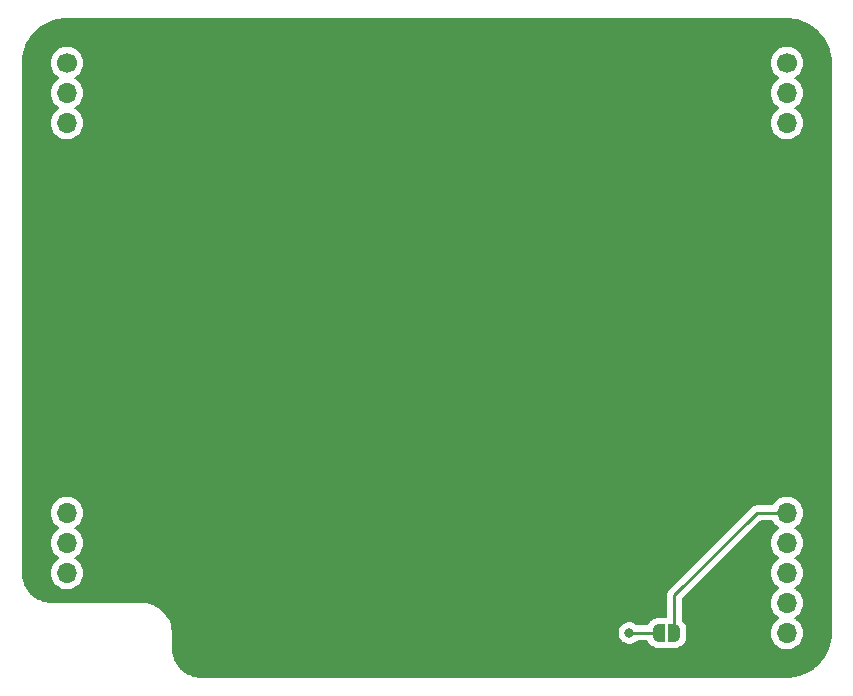
<source format=gbr>
%TF.GenerationSoftware,KiCad,Pcbnew,(7.0.0)*%
%TF.CreationDate,2025-01-20T14:18:13+11:00*%
%TF.ProjectId,shield-v3,73686965-6c64-42d7-9633-2e6b69636164,rev?*%
%TF.SameCoordinates,Original*%
%TF.FileFunction,Copper,L1,Top*%
%TF.FilePolarity,Positive*%
%FSLAX46Y46*%
G04 Gerber Fmt 4.6, Leading zero omitted, Abs format (unit mm)*
G04 Created by KiCad (PCBNEW (7.0.0)) date 2025-01-20 14:18:13*
%MOMM*%
%LPD*%
G01*
G04 APERTURE LIST*
G04 Aperture macros list*
%AMFreePoly0*
4,1,19,0.500000,-0.750000,0.000000,-0.750000,0.000000,-0.744911,-0.071157,-0.744911,-0.207708,-0.704816,-0.327430,-0.627875,-0.420627,-0.520320,-0.479746,-0.390866,-0.500000,-0.250000,-0.500000,0.250000,-0.479746,0.390866,-0.420627,0.520320,-0.327430,0.627875,-0.207708,0.704816,-0.071157,0.744911,0.000000,0.744911,0.000000,0.750000,0.500000,0.750000,0.500000,-0.750000,0.500000,-0.750000,
$1*%
%AMFreePoly1*
4,1,19,0.000000,0.744911,0.071157,0.744911,0.207708,0.704816,0.327430,0.627875,0.420627,0.520320,0.479746,0.390866,0.500000,0.250000,0.500000,-0.250000,0.479746,-0.390866,0.420627,-0.520320,0.327430,-0.627875,0.207708,-0.704816,0.071157,-0.744911,0.000000,-0.744911,0.000000,-0.750000,-0.500000,-0.750000,-0.500000,0.750000,0.000000,0.750000,0.000000,0.744911,0.000000,0.744911,
$1*%
G04 Aperture macros list end*
%TA.AperFunction,SMDPad,CuDef*%
%ADD10FreePoly0,0.000000*%
%TD*%
%TA.AperFunction,SMDPad,CuDef*%
%ADD11FreePoly1,0.000000*%
%TD*%
%TA.AperFunction,ComponentPad*%
%ADD12C,1.700000*%
%TD*%
%TA.AperFunction,ComponentPad*%
%ADD13O,1.700000X1.700000*%
%TD*%
%TA.AperFunction,ViaPad*%
%ADD14C,0.800000*%
%TD*%
%TA.AperFunction,Conductor*%
%ADD15C,0.250000*%
%TD*%
G04 APERTURE END LIST*
D10*
%TO.P,JP2,1,A*%
%TO.N,L2*%
X100935000Y-113030000D03*
D11*
%TO.P,JP2,2,B*%
%TO.N,GP15*%
X102235000Y-113030000D03*
%TD*%
D12*
%TO.P,J2,1,Pin_1*%
%TO.N,GND_BASE*%
X111760000Y-64770000D03*
D13*
%TO.P,J2,2,Pin_2*%
%TO.N,N/C*%
X111759999Y-67309999D03*
%TO.P,J2,3,Pin_3*%
%TO.N,GP2_EN*%
X111759999Y-69849999D03*
%TO.P,J2,16,Pin_16*%
%TO.N,GP15*%
X111759999Y-102869999D03*
%TO.P,J2,17,Pin_17*%
%TO.N,unconnected-(J2-Pin_17-Pad17)*%
X111759999Y-105409999D03*
%TO.P,J2,18,Pin_18*%
%TO.N,unconnected-(J2-Pin_18-Pad18)*%
X111759999Y-107949999D03*
%TO.P,J2,19,Pin_19*%
%TO.N,unconnected-(J2-Pin_19-Pad19)*%
X111759999Y-110489999D03*
%TO.P,J2,20,Pin_20*%
%TO.N,unconnected-(J2-Pin_20-Pad20)*%
X111759999Y-113029999D03*
%TD*%
D12*
%TO.P,J3,1,Pin_1*%
%TO.N,unconnected-(J3-Pin_1-Pad1)*%
X50800000Y-64770000D03*
D13*
%TO.P,J3,2,Pin_2*%
%TO.N,unconnected-(J3-Pin_2-Pad2)*%
X50799999Y-67309999D03*
%TO.P,J3,3,Pin_3*%
%TO.N,unconnected-(J3-Pin_3-Pad3)*%
X50799999Y-69849999D03*
%TO.P,J3,16,Pin_16*%
%TO.N,unconnected-(J3-Pin_16-Pad16)*%
X50799999Y-102869999D03*
%TO.P,J3,17,Pin_17*%
%TO.N,unconnected-(J3-Pin_17-Pad17)*%
X50799999Y-105409999D03*
%TO.P,J3,18,Pin_18*%
%TO.N,L2*%
X50799999Y-107949999D03*
%TD*%
D14*
%TO.N,L2*%
X98425000Y-113030000D03*
%TD*%
D15*
%TO.N,GP15*%
X102235000Y-109855000D02*
X102235000Y-113030000D01*
X109220000Y-102870000D02*
X102235000Y-109855000D01*
X111760000Y-102870000D02*
X109220000Y-102870000D01*
%TO.N,L2*%
X98425000Y-113030000D02*
X100935000Y-113030000D01*
%TD*%
%TA.AperFunction,Conductor*%
%TO.N,GND*%
G36*
X111763032Y-60960649D02*
G01*
X111765828Y-60960786D01*
X111912663Y-60967999D01*
X112135097Y-60979658D01*
X112146757Y-60980825D01*
X112322923Y-61006957D01*
X112323840Y-61007098D01*
X112517424Y-61037758D01*
X112528111Y-61039938D01*
X112705944Y-61084483D01*
X112707696Y-61084938D01*
X112891842Y-61134279D01*
X112901513Y-61137301D01*
X113076097Y-61199768D01*
X113078743Y-61200748D01*
X113254560Y-61268238D01*
X113263091Y-61271886D01*
X113431811Y-61351685D01*
X113434954Y-61353228D01*
X113601803Y-61438242D01*
X113609239Y-61442359D01*
X113769823Y-61538610D01*
X113773530Y-61540923D01*
X113930016Y-61642546D01*
X113936337Y-61646937D01*
X114086991Y-61758669D01*
X114091161Y-61761901D01*
X114235861Y-61879077D01*
X114241098Y-61883565D01*
X114380185Y-62009626D01*
X114384593Y-62013823D01*
X114516175Y-62145405D01*
X114520372Y-62149813D01*
X114646433Y-62288900D01*
X114650921Y-62294137D01*
X114768097Y-62438837D01*
X114771329Y-62443007D01*
X114883061Y-62593661D01*
X114887458Y-62599991D01*
X114989057Y-62756439D01*
X114991406Y-62760204D01*
X115087634Y-62920751D01*
X115091761Y-62928205D01*
X115176750Y-63095005D01*
X115178341Y-63098245D01*
X115258097Y-63266873D01*
X115261766Y-63275453D01*
X115329243Y-63451238D01*
X115330230Y-63453901D01*
X115392697Y-63628485D01*
X115395721Y-63638165D01*
X115445033Y-63822198D01*
X115445542Y-63824162D01*
X115490055Y-64001866D01*
X115492244Y-64012598D01*
X115522874Y-64205991D01*
X115523059Y-64207194D01*
X115549170Y-64383220D01*
X115550342Y-64394925D01*
X115561992Y-64617222D01*
X115561889Y-64617227D01*
X115562014Y-64617627D01*
X115569351Y-64766967D01*
X115569500Y-64773052D01*
X115569500Y-113026948D01*
X115569351Y-113033033D01*
X115562017Y-113182303D01*
X115561996Y-113182708D01*
X115550342Y-113405073D01*
X115549170Y-113416778D01*
X115523059Y-113592804D01*
X115522874Y-113594007D01*
X115492244Y-113787400D01*
X115490055Y-113798132D01*
X115445542Y-113975836D01*
X115445033Y-113977800D01*
X115395721Y-114161833D01*
X115392697Y-114171513D01*
X115330230Y-114346097D01*
X115329243Y-114348760D01*
X115261766Y-114524545D01*
X115258097Y-114533125D01*
X115178360Y-114701715D01*
X115176750Y-114704993D01*
X115091761Y-114871793D01*
X115087634Y-114879247D01*
X114991406Y-115039794D01*
X114989043Y-115043581D01*
X114887458Y-115200007D01*
X114883061Y-115206337D01*
X114771329Y-115356991D01*
X114768097Y-115361161D01*
X114650921Y-115505861D01*
X114646433Y-115511098D01*
X114520372Y-115650185D01*
X114516175Y-115654593D01*
X114384593Y-115786175D01*
X114380185Y-115790372D01*
X114241098Y-115916433D01*
X114235861Y-115920921D01*
X114091161Y-116038097D01*
X114086991Y-116041329D01*
X113936337Y-116153061D01*
X113930007Y-116157458D01*
X113773581Y-116259043D01*
X113769794Y-116261406D01*
X113609247Y-116357634D01*
X113601793Y-116361761D01*
X113434993Y-116446750D01*
X113431715Y-116448360D01*
X113263125Y-116528097D01*
X113254545Y-116531766D01*
X113078760Y-116599243D01*
X113076097Y-116600230D01*
X112901513Y-116662697D01*
X112891833Y-116665721D01*
X112707800Y-116715033D01*
X112705836Y-116715542D01*
X112528132Y-116760055D01*
X112517400Y-116762244D01*
X112324007Y-116792874D01*
X112322804Y-116793059D01*
X112146778Y-116819170D01*
X112135073Y-116820342D01*
X111912708Y-116831996D01*
X111912303Y-116832017D01*
X111763033Y-116839351D01*
X111756948Y-116839500D01*
X62233481Y-116839500D01*
X62226528Y-116839305D01*
X62222045Y-116839053D01*
X62114774Y-116833028D01*
X62114242Y-116832997D01*
X61945670Y-116822801D01*
X61932385Y-116821275D01*
X61800446Y-116798857D01*
X61798865Y-116798578D01*
X61653807Y-116771995D01*
X61641831Y-116769180D01*
X61509246Y-116730983D01*
X61506684Y-116730214D01*
X61369866Y-116687580D01*
X61359303Y-116683756D01*
X61230291Y-116630317D01*
X61226873Y-116628841D01*
X61097713Y-116570710D01*
X61088626Y-116566164D01*
X60965667Y-116498207D01*
X60961498Y-116495796D01*
X60841010Y-116422958D01*
X60833406Y-116417971D01*
X60718473Y-116336423D01*
X60713754Y-116332904D01*
X60603246Y-116246326D01*
X60597092Y-116241175D01*
X60491865Y-116147139D01*
X60486811Y-116142360D01*
X60387638Y-116043187D01*
X60382859Y-116038133D01*
X60288823Y-115932906D01*
X60283672Y-115926752D01*
X60232458Y-115861382D01*
X60197078Y-115816223D01*
X60193575Y-115811525D01*
X60112027Y-115696592D01*
X60107040Y-115688988D01*
X60034202Y-115568500D01*
X60031791Y-115564331D01*
X60013272Y-115530824D01*
X59963832Y-115441369D01*
X59959298Y-115432306D01*
X59901130Y-115303063D01*
X59899693Y-115299736D01*
X59846237Y-115170682D01*
X59842423Y-115160146D01*
X59799773Y-115023279D01*
X59799015Y-115020752D01*
X59790545Y-114991351D01*
X59760814Y-114888153D01*
X59758007Y-114876210D01*
X59731397Y-114731007D01*
X59731160Y-114729665D01*
X59708720Y-114597591D01*
X59707199Y-114584353D01*
X59696983Y-114415453D01*
X59690694Y-114303471D01*
X59690500Y-114296521D01*
X59690500Y-113030000D01*
X97511496Y-113030000D01*
X97512175Y-113036460D01*
X97530778Y-113213467D01*
X97530779Y-113213475D01*
X97531458Y-113219928D01*
X97533463Y-113226100D01*
X97533465Y-113226107D01*
X97552412Y-113284418D01*
X97590473Y-113401556D01*
X97593720Y-113407180D01*
X97593721Y-113407182D01*
X97645912Y-113497580D01*
X97685960Y-113566944D01*
X97813747Y-113708866D01*
X97818997Y-113712680D01*
X97819000Y-113712683D01*
X97921839Y-113787400D01*
X97968248Y-113821118D01*
X97974181Y-113823759D01*
X97974182Y-113823760D01*
X98129401Y-113892868D01*
X98142712Y-113898794D01*
X98149070Y-113900145D01*
X98149072Y-113900146D01*
X98185874Y-113907968D01*
X98329513Y-113938500D01*
X98513984Y-113938500D01*
X98520487Y-113938500D01*
X98707288Y-113898794D01*
X98881752Y-113821118D01*
X99036253Y-113708866D01*
X99040600Y-113704037D01*
X99045429Y-113699690D01*
X99045978Y-113700299D01*
X99081874Y-113674220D01*
X99132309Y-113663500D01*
X99916011Y-113663500D01*
X99962098Y-113672383D01*
X100001581Y-113697758D01*
X100028803Y-113735986D01*
X100042744Y-113766512D01*
X100045136Y-113770235D01*
X100045141Y-113770243D01*
X100104738Y-113862977D01*
X100121795Y-113889518D01*
X100124698Y-113892868D01*
X100198290Y-113977800D01*
X100215949Y-113998179D01*
X100267780Y-114050011D01*
X100326460Y-114093938D01*
X100447414Y-114171670D01*
X100580423Y-114232413D01*
X100718378Y-114272920D01*
X100863111Y-114293729D01*
X101430947Y-114293729D01*
X101435000Y-114293729D01*
X101567963Y-114276224D01*
X101568353Y-114279184D01*
X101601647Y-114279184D01*
X101602037Y-114276224D01*
X101735000Y-114293729D01*
X102302463Y-114293729D01*
X102306889Y-114293729D01*
X102451622Y-114272920D01*
X102589577Y-114232413D01*
X102722586Y-114171670D01*
X102843540Y-114093938D01*
X102902220Y-114050011D01*
X102954051Y-113998179D01*
X103048205Y-113889518D01*
X103127256Y-113766512D01*
X103186984Y-113635727D01*
X103212599Y-113567050D01*
X103228180Y-113495427D01*
X103248642Y-113353112D01*
X103253871Y-113280000D01*
X103249045Y-113212522D01*
X103248729Y-113203676D01*
X103248729Y-112856324D01*
X103249045Y-112847478D01*
X103253555Y-112784418D01*
X103253871Y-112780000D01*
X103248642Y-112706888D01*
X103228180Y-112564573D01*
X103212599Y-112492950D01*
X103186984Y-112424273D01*
X103127256Y-112293488D01*
X103048205Y-112170482D01*
X102954051Y-112061821D01*
X102904818Y-112012587D01*
X102877939Y-111972359D01*
X102868500Y-111924907D01*
X102868500Y-110168766D01*
X102877939Y-110121313D01*
X102904819Y-110081085D01*
X109446086Y-103539819D01*
X109486314Y-103512939D01*
X109533767Y-103503500D01*
X110484044Y-103503500D01*
X110543062Y-103518445D01*
X110587853Y-103559679D01*
X110681470Y-103702972D01*
X110681478Y-103702982D01*
X110684278Y-103707268D01*
X110687752Y-103711041D01*
X110687753Y-103711043D01*
X110833288Y-103869135D01*
X110833291Y-103869138D01*
X110836760Y-103872906D01*
X110840801Y-103876051D01*
X111010376Y-104008039D01*
X111010381Y-104008042D01*
X111014424Y-104011189D01*
X111018931Y-104013628D01*
X111018934Y-104013630D01*
X111050930Y-104030945D01*
X111098436Y-104076526D01*
X111115913Y-104140000D01*
X111098436Y-104203474D01*
X111050930Y-104249055D01*
X111018934Y-104266369D01*
X111018922Y-104266376D01*
X111014424Y-104268811D01*
X111010389Y-104271951D01*
X111010376Y-104271960D01*
X110840801Y-104403948D01*
X110840795Y-104403952D01*
X110836760Y-104407094D01*
X110833297Y-104410855D01*
X110833288Y-104410864D01*
X110687753Y-104568956D01*
X110687747Y-104568963D01*
X110684278Y-104572732D01*
X110681481Y-104577012D01*
X110681474Y-104577022D01*
X110563942Y-104756920D01*
X110561140Y-104761209D01*
X110559085Y-104765892D01*
X110559080Y-104765903D01*
X110472764Y-104962687D01*
X110470704Y-104967384D01*
X110469446Y-104972349D01*
X110469445Y-104972354D01*
X110416695Y-105180657D01*
X110416693Y-105180666D01*
X110415436Y-105185632D01*
X110415012Y-105190741D01*
X110415011Y-105190751D01*
X110397268Y-105404883D01*
X110396844Y-105410000D01*
X110397268Y-105415117D01*
X110415011Y-105629248D01*
X110415012Y-105629256D01*
X110415436Y-105634368D01*
X110416693Y-105639335D01*
X110416695Y-105639342D01*
X110469445Y-105847645D01*
X110470704Y-105852616D01*
X110472764Y-105857312D01*
X110559080Y-106054096D01*
X110559083Y-106054101D01*
X110561140Y-106058791D01*
X110620505Y-106149656D01*
X110681474Y-106242977D01*
X110681477Y-106242981D01*
X110684278Y-106247268D01*
X110687752Y-106251041D01*
X110687753Y-106251043D01*
X110833288Y-106409135D01*
X110833291Y-106409138D01*
X110836760Y-106412906D01*
X110840801Y-106416051D01*
X111010376Y-106548039D01*
X111010381Y-106548042D01*
X111014424Y-106551189D01*
X111050930Y-106570945D01*
X111098434Y-106616523D01*
X111115913Y-106679996D01*
X111098437Y-106743471D01*
X111050933Y-106789053D01*
X111018930Y-106806372D01*
X111018925Y-106806374D01*
X111014424Y-106808811D01*
X111010389Y-106811951D01*
X111010376Y-106811960D01*
X110840801Y-106943948D01*
X110840795Y-106943952D01*
X110836760Y-106947094D01*
X110833297Y-106950855D01*
X110833288Y-106950864D01*
X110687753Y-107108956D01*
X110687747Y-107108963D01*
X110684278Y-107112732D01*
X110681481Y-107117012D01*
X110681474Y-107117022D01*
X110563942Y-107296920D01*
X110561140Y-107301209D01*
X110559085Y-107305892D01*
X110559080Y-107305903D01*
X110472764Y-107502687D01*
X110470704Y-107507384D01*
X110469446Y-107512349D01*
X110469445Y-107512354D01*
X110416695Y-107720657D01*
X110416693Y-107720666D01*
X110415436Y-107725632D01*
X110415012Y-107730741D01*
X110415011Y-107730751D01*
X110397268Y-107944883D01*
X110396844Y-107950000D01*
X110397268Y-107955117D01*
X110415011Y-108169248D01*
X110415012Y-108169256D01*
X110415436Y-108174368D01*
X110416693Y-108179335D01*
X110416695Y-108179342D01*
X110430621Y-108234334D01*
X110470704Y-108392616D01*
X110472764Y-108397312D01*
X110559080Y-108594096D01*
X110559083Y-108594101D01*
X110561140Y-108598791D01*
X110609805Y-108673279D01*
X110681474Y-108782977D01*
X110681477Y-108782981D01*
X110684278Y-108787268D01*
X110687752Y-108791041D01*
X110687753Y-108791043D01*
X110833288Y-108949135D01*
X110833291Y-108949138D01*
X110836760Y-108952906D01*
X110840801Y-108956051D01*
X111010376Y-109088039D01*
X111010381Y-109088042D01*
X111014424Y-109091189D01*
X111050930Y-109110945D01*
X111098434Y-109156523D01*
X111115913Y-109219996D01*
X111098437Y-109283471D01*
X111050933Y-109329053D01*
X111018930Y-109346372D01*
X111018925Y-109346374D01*
X111014424Y-109348811D01*
X111010389Y-109351951D01*
X111010376Y-109351960D01*
X110840801Y-109483948D01*
X110840795Y-109483952D01*
X110836760Y-109487094D01*
X110833297Y-109490855D01*
X110833288Y-109490864D01*
X110687753Y-109648956D01*
X110687747Y-109648963D01*
X110684278Y-109652732D01*
X110681481Y-109657012D01*
X110681474Y-109657022D01*
X110578405Y-109814783D01*
X110561140Y-109841209D01*
X110559085Y-109845892D01*
X110559080Y-109845903D01*
X110480436Y-110025197D01*
X110470704Y-110047384D01*
X110469446Y-110052349D01*
X110469445Y-110052354D01*
X110416695Y-110260657D01*
X110416693Y-110260666D01*
X110415436Y-110265632D01*
X110415012Y-110270741D01*
X110415011Y-110270751D01*
X110404711Y-110395057D01*
X110396844Y-110490000D01*
X110397268Y-110495117D01*
X110415011Y-110709248D01*
X110415012Y-110709256D01*
X110415436Y-110714368D01*
X110416693Y-110719335D01*
X110416695Y-110719342D01*
X110457315Y-110879744D01*
X110470704Y-110932616D01*
X110472764Y-110937312D01*
X110559080Y-111134096D01*
X110559083Y-111134101D01*
X110561140Y-111138791D01*
X110620505Y-111229656D01*
X110681474Y-111322977D01*
X110681477Y-111322981D01*
X110684278Y-111327268D01*
X110687752Y-111331041D01*
X110687753Y-111331043D01*
X110833288Y-111489135D01*
X110833291Y-111489138D01*
X110836760Y-111492906D01*
X110840801Y-111496051D01*
X111010376Y-111628039D01*
X111010381Y-111628042D01*
X111014424Y-111631189D01*
X111050930Y-111650945D01*
X111098434Y-111696523D01*
X111115913Y-111759996D01*
X111098437Y-111823471D01*
X111050933Y-111869053D01*
X111018930Y-111886372D01*
X111018925Y-111886374D01*
X111014424Y-111888811D01*
X111010389Y-111891951D01*
X111010376Y-111891960D01*
X110840801Y-112023948D01*
X110840795Y-112023952D01*
X110836760Y-112027094D01*
X110833297Y-112030855D01*
X110833288Y-112030864D01*
X110687753Y-112188956D01*
X110687747Y-112188963D01*
X110684278Y-112192732D01*
X110681481Y-112197012D01*
X110681474Y-112197022D01*
X110574794Y-112360310D01*
X110561140Y-112381209D01*
X110559085Y-112385892D01*
X110559080Y-112385903D01*
X110479754Y-112566752D01*
X110470704Y-112587384D01*
X110469446Y-112592349D01*
X110469445Y-112592354D01*
X110416695Y-112800657D01*
X110416693Y-112800666D01*
X110415436Y-112805632D01*
X110415012Y-112810741D01*
X110415011Y-112810751D01*
X110408666Y-112887329D01*
X110396844Y-113030000D01*
X110397268Y-113035117D01*
X110415011Y-113249248D01*
X110415012Y-113249256D01*
X110415436Y-113254368D01*
X110416693Y-113259335D01*
X110416695Y-113259342D01*
X110454134Y-113407182D01*
X110470704Y-113472616D01*
X110472764Y-113477312D01*
X110559080Y-113674096D01*
X110559083Y-113674101D01*
X110561140Y-113678791D01*
X110573532Y-113697758D01*
X110681474Y-113862977D01*
X110681477Y-113862981D01*
X110684278Y-113867268D01*
X110687752Y-113871041D01*
X110687753Y-113871043D01*
X110833288Y-114029135D01*
X110833291Y-114029138D01*
X110836760Y-114032906D01*
X110840801Y-114036051D01*
X111010376Y-114168039D01*
X111010381Y-114168042D01*
X111014424Y-114171189D01*
X111018931Y-114173628D01*
X111018934Y-114173630D01*
X111127556Y-114232413D01*
X111212426Y-114278342D01*
X111425365Y-114351444D01*
X111647431Y-114388500D01*
X111867436Y-114388500D01*
X111872569Y-114388500D01*
X112094635Y-114351444D01*
X112307574Y-114278342D01*
X112505576Y-114171189D01*
X112683240Y-114032906D01*
X112835722Y-113867268D01*
X112958860Y-113678791D01*
X113049296Y-113472616D01*
X113104564Y-113254368D01*
X113123156Y-113030000D01*
X113104564Y-112805632D01*
X113049296Y-112587384D01*
X112958860Y-112381209D01*
X112835722Y-112192732D01*
X112815239Y-112170482D01*
X112686711Y-112030864D01*
X112686708Y-112030861D01*
X112683240Y-112027094D01*
X112661264Y-112009989D01*
X112509623Y-111891960D01*
X112509615Y-111891955D01*
X112505576Y-111888811D01*
X112501066Y-111886370D01*
X112501061Y-111886367D01*
X112469070Y-111869055D01*
X112421564Y-111823474D01*
X112404086Y-111760000D01*
X112421564Y-111696526D01*
X112469070Y-111650945D01*
X112476737Y-111646796D01*
X112505576Y-111631189D01*
X112683240Y-111492906D01*
X112835722Y-111327268D01*
X112958860Y-111138791D01*
X113049296Y-110932616D01*
X113104564Y-110714368D01*
X113123156Y-110490000D01*
X113104564Y-110265632D01*
X113049296Y-110047384D01*
X112958860Y-109841209D01*
X112835722Y-109652732D01*
X112771442Y-109582906D01*
X112686711Y-109490864D01*
X112686708Y-109490861D01*
X112683240Y-109487094D01*
X112626742Y-109443119D01*
X112509623Y-109351960D01*
X112509615Y-109351955D01*
X112505576Y-109348811D01*
X112501066Y-109346370D01*
X112501061Y-109346367D01*
X112469070Y-109329055D01*
X112421564Y-109283474D01*
X112404086Y-109220000D01*
X112421564Y-109156526D01*
X112469070Y-109110945D01*
X112469109Y-109110923D01*
X112505576Y-109091189D01*
X112683240Y-108952906D01*
X112835722Y-108787268D01*
X112958860Y-108598791D01*
X113049296Y-108392616D01*
X113104564Y-108174368D01*
X113123156Y-107950000D01*
X113104564Y-107725632D01*
X113049296Y-107507384D01*
X112958860Y-107301209D01*
X112835722Y-107112732D01*
X112683240Y-106947094D01*
X112670597Y-106937253D01*
X112509623Y-106811960D01*
X112509615Y-106811955D01*
X112505576Y-106808811D01*
X112501069Y-106806372D01*
X112501060Y-106806366D01*
X112469068Y-106789053D01*
X112421562Y-106743471D01*
X112404086Y-106679996D01*
X112421565Y-106616522D01*
X112469067Y-106570946D01*
X112505576Y-106551189D01*
X112683240Y-106412906D01*
X112835722Y-106247268D01*
X112958860Y-106058791D01*
X113049296Y-105852616D01*
X113104564Y-105634368D01*
X113123156Y-105410000D01*
X113104564Y-105185632D01*
X113049296Y-104967384D01*
X112958860Y-104761209D01*
X112835722Y-104572732D01*
X112683240Y-104407094D01*
X112670597Y-104397253D01*
X112509623Y-104271960D01*
X112509615Y-104271955D01*
X112505576Y-104268811D01*
X112501064Y-104266369D01*
X112501061Y-104266367D01*
X112469070Y-104249055D01*
X112421564Y-104203474D01*
X112404086Y-104140000D01*
X112421564Y-104076526D01*
X112469070Y-104030945D01*
X112469109Y-104030923D01*
X112505576Y-104011189D01*
X112683240Y-103872906D01*
X112835722Y-103707268D01*
X112958860Y-103518791D01*
X113049296Y-103312616D01*
X113104564Y-103094368D01*
X113123156Y-102870000D01*
X113104564Y-102645632D01*
X113049296Y-102427384D01*
X112958860Y-102221209D01*
X112835722Y-102032732D01*
X112683240Y-101867094D01*
X112670597Y-101857253D01*
X112509623Y-101731960D01*
X112509615Y-101731955D01*
X112505576Y-101728811D01*
X112501071Y-101726373D01*
X112501065Y-101726369D01*
X112312080Y-101624096D01*
X112312074Y-101624093D01*
X112307574Y-101621658D01*
X112302733Y-101619996D01*
X112302726Y-101619993D01*
X112099488Y-101550222D01*
X112099487Y-101550221D01*
X112094635Y-101548556D01*
X112089585Y-101547713D01*
X112089576Y-101547711D01*
X111877631Y-101512344D01*
X111877622Y-101512343D01*
X111872569Y-101511500D01*
X111647431Y-101511500D01*
X111642378Y-101512343D01*
X111642368Y-101512344D01*
X111430423Y-101547711D01*
X111430411Y-101547713D01*
X111425365Y-101548556D01*
X111420515Y-101550220D01*
X111420511Y-101550222D01*
X111217273Y-101619993D01*
X111217262Y-101619997D01*
X111212426Y-101621658D01*
X111207929Y-101624091D01*
X111207919Y-101624096D01*
X111018934Y-101726369D01*
X111018922Y-101726376D01*
X111014424Y-101728811D01*
X111010389Y-101731951D01*
X111010376Y-101731960D01*
X110840801Y-101863948D01*
X110840795Y-101863952D01*
X110836760Y-101867094D01*
X110833297Y-101870855D01*
X110833288Y-101870864D01*
X110687753Y-102028956D01*
X110687747Y-102028963D01*
X110684278Y-102032732D01*
X110681482Y-102037011D01*
X110681470Y-102037027D01*
X110587853Y-102180321D01*
X110543062Y-102221555D01*
X110484044Y-102236500D01*
X109298848Y-102236500D01*
X109287563Y-102235968D01*
X109280092Y-102234298D01*
X109272294Y-102234543D01*
X109211970Y-102236439D01*
X109208075Y-102236500D01*
X109180144Y-102236500D01*
X109176289Y-102236986D01*
X109176255Y-102236989D01*
X109176024Y-102237019D01*
X109164405Y-102237933D01*
X109127905Y-102239080D01*
X109127897Y-102239081D01*
X109120111Y-102239326D01*
X109112625Y-102241500D01*
X109112622Y-102241501D01*
X109100499Y-102245023D01*
X109081461Y-102248965D01*
X109068946Y-102250546D01*
X109068933Y-102250549D01*
X109061203Y-102251526D01*
X109053957Y-102254394D01*
X109053948Y-102254397D01*
X109020004Y-102267836D01*
X109008961Y-102271617D01*
X108973896Y-102281805D01*
X108973888Y-102281808D01*
X108966407Y-102283982D01*
X108959695Y-102287950D01*
X108959695Y-102287951D01*
X108948834Y-102294374D01*
X108931370Y-102302929D01*
X108919636Y-102307575D01*
X108919629Y-102307578D01*
X108912383Y-102310448D01*
X108906079Y-102315027D01*
X108906068Y-102315034D01*
X108876534Y-102336491D01*
X108866776Y-102342901D01*
X108835355Y-102361483D01*
X108835341Y-102361493D01*
X108828638Y-102365458D01*
X108823122Y-102370973D01*
X108823119Y-102370976D01*
X108814197Y-102379897D01*
X108799414Y-102392523D01*
X108789206Y-102399940D01*
X108789200Y-102399944D01*
X108782893Y-102404528D01*
X108777926Y-102410530D01*
X108777915Y-102410542D01*
X108754643Y-102438673D01*
X108746783Y-102447311D01*
X101842793Y-109351300D01*
X101834444Y-109358898D01*
X101827982Y-109363000D01*
X101822641Y-109368686D01*
X101822639Y-109368689D01*
X101781339Y-109412668D01*
X101778634Y-109415460D01*
X101758865Y-109435230D01*
X101756481Y-109438302D01*
X101756478Y-109438306D01*
X101756322Y-109438508D01*
X101748752Y-109447370D01*
X101735461Y-109461525D01*
X101718414Y-109479679D01*
X101714659Y-109486507D01*
X101714658Y-109486510D01*
X101708579Y-109497567D01*
X101697903Y-109513819D01*
X101690168Y-109523791D01*
X101690160Y-109523802D01*
X101685386Y-109529959D01*
X101682291Y-109537110D01*
X101682288Y-109537116D01*
X101667786Y-109570628D01*
X101662648Y-109581115D01*
X101645065Y-109613098D01*
X101645061Y-109613106D01*
X101641305Y-109619940D01*
X101639366Y-109627491D01*
X101639363Y-109627499D01*
X101636225Y-109639722D01*
X101629926Y-109658119D01*
X101621819Y-109676855D01*
X101620599Y-109684553D01*
X101620598Y-109684559D01*
X101614888Y-109720611D01*
X101612520Y-109732045D01*
X101603438Y-109767417D01*
X101603436Y-109767426D01*
X101601500Y-109774970D01*
X101601500Y-109782766D01*
X101601500Y-109795385D01*
X101599972Y-109814783D01*
X101596780Y-109834943D01*
X101597514Y-109842708D01*
X101597514Y-109842711D01*
X101600950Y-109879058D01*
X101601500Y-109890727D01*
X101601500Y-111646796D01*
X101582081Y-111713421D01*
X101529906Y-111759178D01*
X101461317Y-111769735D01*
X101439024Y-111766800D01*
X101439012Y-111766799D01*
X101435000Y-111766271D01*
X100863111Y-111766271D01*
X100858742Y-111766899D01*
X100858730Y-111766900D01*
X100722763Y-111786449D01*
X100722755Y-111786450D01*
X100718378Y-111787080D01*
X100714135Y-111788325D01*
X100714125Y-111788328D01*
X100584676Y-111826338D01*
X100584673Y-111826339D01*
X100580423Y-111827587D01*
X100576401Y-111829423D01*
X100576387Y-111829429D01*
X100451448Y-111886487D01*
X100451439Y-111886491D01*
X100447414Y-111888330D01*
X100443699Y-111890717D01*
X100443687Y-111890724D01*
X100328320Y-111964866D01*
X100328307Y-111964874D01*
X100326460Y-111966062D01*
X100324705Y-111967375D01*
X100324683Y-111967391D01*
X100271331Y-112007330D01*
X100271324Y-112007335D01*
X100267780Y-112009989D01*
X100264649Y-112013119D01*
X100264642Y-112013126D01*
X100217526Y-112060243D01*
X100217512Y-112060257D01*
X100215949Y-112061821D01*
X100214503Y-112063489D01*
X100214486Y-112063508D01*
X100124698Y-112167131D01*
X100124694Y-112167136D01*
X100121795Y-112170482D01*
X100119403Y-112174203D01*
X100119397Y-112174212D01*
X100045141Y-112289756D01*
X100045133Y-112289770D01*
X100042744Y-112293488D01*
X100028803Y-112324013D01*
X100001581Y-112362242D01*
X99962098Y-112387617D01*
X99916011Y-112396500D01*
X99132309Y-112396500D01*
X99081874Y-112385780D01*
X99045978Y-112359700D01*
X99045429Y-112360310D01*
X99040598Y-112355960D01*
X99036253Y-112351134D01*
X99031003Y-112347319D01*
X99030999Y-112347316D01*
X98887006Y-112242699D01*
X98887004Y-112242697D01*
X98881752Y-112238882D01*
X98875821Y-112236241D01*
X98875817Y-112236239D01*
X98713226Y-112163849D01*
X98713219Y-112163846D01*
X98707288Y-112161206D01*
X98700935Y-112159855D01*
X98700927Y-112159853D01*
X98526849Y-112122852D01*
X98526846Y-112122851D01*
X98520487Y-112121500D01*
X98329513Y-112121500D01*
X98323154Y-112122851D01*
X98323150Y-112122852D01*
X98149072Y-112159853D01*
X98149061Y-112159856D01*
X98142712Y-112161206D01*
X98136782Y-112163845D01*
X98136773Y-112163849D01*
X97974182Y-112236239D01*
X97974174Y-112236243D01*
X97968248Y-112238882D01*
X97962999Y-112242695D01*
X97962993Y-112242699D01*
X97819000Y-112347316D01*
X97818991Y-112347323D01*
X97813747Y-112351134D01*
X97809403Y-112355957D01*
X97809400Y-112355961D01*
X97690307Y-112488228D01*
X97685960Y-112493056D01*
X97682714Y-112498676D01*
X97682711Y-112498682D01*
X97593721Y-112652817D01*
X97593718Y-112652822D01*
X97590473Y-112658444D01*
X97588467Y-112664616D01*
X97588465Y-112664622D01*
X97533465Y-112833892D01*
X97533463Y-112833901D01*
X97531458Y-112840072D01*
X97530780Y-112846522D01*
X97530778Y-112846532D01*
X97512778Y-113017795D01*
X97511496Y-113030000D01*
X59690500Y-113030000D01*
X59690500Y-112890814D01*
X59690500Y-112887329D01*
X59658552Y-112603780D01*
X59595057Y-112325591D01*
X59500814Y-112056261D01*
X59377009Y-111799176D01*
X59225197Y-111557569D01*
X59047289Y-111334479D01*
X58845521Y-111132711D01*
X58622431Y-110954803D01*
X58619487Y-110952953D01*
X58383769Y-110804841D01*
X58383762Y-110804837D01*
X58380824Y-110802991D01*
X58377689Y-110801481D01*
X58377685Y-110801479D01*
X58126879Y-110680698D01*
X58126876Y-110680697D01*
X58123739Y-110679186D01*
X58120454Y-110678036D01*
X58120448Y-110678034D01*
X57857706Y-110586096D01*
X57857695Y-110586092D01*
X57854409Y-110584943D01*
X57851015Y-110584168D01*
X57851007Y-110584166D01*
X57579619Y-110522223D01*
X57579605Y-110522220D01*
X57576220Y-110521448D01*
X57572753Y-110521057D01*
X57572751Y-110521057D01*
X57296137Y-110489890D01*
X57296127Y-110489889D01*
X57292671Y-110489500D01*
X57289186Y-110489500D01*
X49533481Y-110489500D01*
X49526528Y-110489305D01*
X49522045Y-110489053D01*
X49414774Y-110483028D01*
X49414242Y-110482997D01*
X49245670Y-110472801D01*
X49232385Y-110471275D01*
X49100446Y-110448857D01*
X49098865Y-110448578D01*
X48953807Y-110421995D01*
X48941831Y-110419180D01*
X48809246Y-110380983D01*
X48806684Y-110380214D01*
X48669866Y-110337580D01*
X48659303Y-110333756D01*
X48530291Y-110280317D01*
X48526873Y-110278841D01*
X48397713Y-110220710D01*
X48388626Y-110216164D01*
X48265667Y-110148207D01*
X48261498Y-110145796D01*
X48141010Y-110072958D01*
X48133406Y-110067971D01*
X48018473Y-109986423D01*
X48013754Y-109982904D01*
X47903246Y-109896326D01*
X47897092Y-109891175D01*
X47791865Y-109797139D01*
X47786811Y-109792360D01*
X47687638Y-109693187D01*
X47682859Y-109688133D01*
X47588823Y-109582906D01*
X47583672Y-109576752D01*
X47552619Y-109537116D01*
X47497078Y-109466223D01*
X47493575Y-109461525D01*
X47412027Y-109346592D01*
X47407040Y-109338988D01*
X47335109Y-109220000D01*
X47334198Y-109218494D01*
X47331791Y-109214331D01*
X47313272Y-109180824D01*
X47263832Y-109091369D01*
X47259298Y-109082306D01*
X47201130Y-108953063D01*
X47199693Y-108949736D01*
X47146237Y-108820682D01*
X47142423Y-108810146D01*
X47099773Y-108673279D01*
X47099015Y-108670752D01*
X47079519Y-108603079D01*
X47060814Y-108538153D01*
X47058007Y-108526210D01*
X47031397Y-108381007D01*
X47031160Y-108379665D01*
X47008720Y-108247591D01*
X47007199Y-108234353D01*
X46996983Y-108065453D01*
X46990694Y-107953471D01*
X46990597Y-107950000D01*
X49436844Y-107950000D01*
X49437268Y-107955117D01*
X49455011Y-108169248D01*
X49455012Y-108169256D01*
X49455436Y-108174368D01*
X49456693Y-108179335D01*
X49456695Y-108179342D01*
X49470621Y-108234334D01*
X49510704Y-108392616D01*
X49512764Y-108397312D01*
X49599080Y-108594096D01*
X49599083Y-108594101D01*
X49601140Y-108598791D01*
X49649805Y-108673279D01*
X49721474Y-108782977D01*
X49721477Y-108782981D01*
X49724278Y-108787268D01*
X49727752Y-108791041D01*
X49727753Y-108791043D01*
X49873288Y-108949135D01*
X49873291Y-108949138D01*
X49876760Y-108952906D01*
X49880801Y-108956051D01*
X50050376Y-109088039D01*
X50050381Y-109088042D01*
X50054424Y-109091189D01*
X50058931Y-109093628D01*
X50058934Y-109093630D01*
X50220055Y-109180824D01*
X50252426Y-109198342D01*
X50465365Y-109271444D01*
X50687431Y-109308500D01*
X50907436Y-109308500D01*
X50912569Y-109308500D01*
X51134635Y-109271444D01*
X51347574Y-109198342D01*
X51545576Y-109091189D01*
X51723240Y-108952906D01*
X51875722Y-108787268D01*
X51998860Y-108598791D01*
X52089296Y-108392616D01*
X52144564Y-108174368D01*
X52163156Y-107950000D01*
X52144564Y-107725632D01*
X52089296Y-107507384D01*
X51998860Y-107301209D01*
X51875722Y-107112732D01*
X51723240Y-106947094D01*
X51710597Y-106937253D01*
X51549623Y-106811960D01*
X51549615Y-106811955D01*
X51545576Y-106808811D01*
X51541064Y-106806369D01*
X51541061Y-106806367D01*
X51509070Y-106789055D01*
X51461564Y-106743474D01*
X51444086Y-106680000D01*
X51461564Y-106616526D01*
X51509070Y-106570945D01*
X51509109Y-106570923D01*
X51545576Y-106551189D01*
X51723240Y-106412906D01*
X51875722Y-106247268D01*
X51998860Y-106058791D01*
X52089296Y-105852616D01*
X52144564Y-105634368D01*
X52163156Y-105410000D01*
X52144564Y-105185632D01*
X52089296Y-104967384D01*
X51998860Y-104761209D01*
X51875722Y-104572732D01*
X51723240Y-104407094D01*
X51710597Y-104397253D01*
X51549623Y-104271960D01*
X51549615Y-104271955D01*
X51545576Y-104268811D01*
X51541064Y-104266369D01*
X51541061Y-104266367D01*
X51509070Y-104249055D01*
X51461564Y-104203474D01*
X51444086Y-104140000D01*
X51461564Y-104076526D01*
X51509070Y-104030945D01*
X51509109Y-104030923D01*
X51545576Y-104011189D01*
X51723240Y-103872906D01*
X51875722Y-103707268D01*
X51998860Y-103518791D01*
X52089296Y-103312616D01*
X52144564Y-103094368D01*
X52163156Y-102870000D01*
X52144564Y-102645632D01*
X52089296Y-102427384D01*
X51998860Y-102221209D01*
X51875722Y-102032732D01*
X51723240Y-101867094D01*
X51710597Y-101857253D01*
X51549623Y-101731960D01*
X51549615Y-101731955D01*
X51545576Y-101728811D01*
X51541071Y-101726373D01*
X51541065Y-101726369D01*
X51352080Y-101624096D01*
X51352074Y-101624093D01*
X51347574Y-101621658D01*
X51342733Y-101619996D01*
X51342726Y-101619993D01*
X51139488Y-101550222D01*
X51139487Y-101550221D01*
X51134635Y-101548556D01*
X51129585Y-101547713D01*
X51129576Y-101547711D01*
X50917631Y-101512344D01*
X50917622Y-101512343D01*
X50912569Y-101511500D01*
X50687431Y-101511500D01*
X50682378Y-101512343D01*
X50682368Y-101512344D01*
X50470423Y-101547711D01*
X50470411Y-101547713D01*
X50465365Y-101548556D01*
X50460515Y-101550220D01*
X50460511Y-101550222D01*
X50257273Y-101619993D01*
X50257262Y-101619997D01*
X50252426Y-101621658D01*
X50247929Y-101624091D01*
X50247919Y-101624096D01*
X50058934Y-101726369D01*
X50058922Y-101726376D01*
X50054424Y-101728811D01*
X50050389Y-101731951D01*
X50050376Y-101731960D01*
X49880801Y-101863948D01*
X49880795Y-101863952D01*
X49876760Y-101867094D01*
X49873297Y-101870855D01*
X49873288Y-101870864D01*
X49727753Y-102028956D01*
X49727747Y-102028963D01*
X49724278Y-102032732D01*
X49721481Y-102037012D01*
X49721474Y-102037022D01*
X49627853Y-102180321D01*
X49601140Y-102221209D01*
X49599085Y-102225892D01*
X49599080Y-102225903D01*
X49512764Y-102422687D01*
X49510704Y-102427384D01*
X49509446Y-102432349D01*
X49509445Y-102432354D01*
X49456695Y-102640657D01*
X49456693Y-102640666D01*
X49455436Y-102645632D01*
X49455012Y-102650741D01*
X49455011Y-102650751D01*
X49437268Y-102864883D01*
X49436844Y-102870000D01*
X49437268Y-102875117D01*
X49455011Y-103089248D01*
X49455012Y-103089256D01*
X49455436Y-103094368D01*
X49456693Y-103099335D01*
X49456695Y-103099342D01*
X49509445Y-103307645D01*
X49510704Y-103312616D01*
X49512764Y-103317312D01*
X49599080Y-103514096D01*
X49599083Y-103514101D01*
X49601140Y-103518791D01*
X49660505Y-103609656D01*
X49721474Y-103702977D01*
X49721477Y-103702981D01*
X49724278Y-103707268D01*
X49727752Y-103711041D01*
X49727753Y-103711043D01*
X49873288Y-103869135D01*
X49873291Y-103869138D01*
X49876760Y-103872906D01*
X49880801Y-103876051D01*
X50050376Y-104008039D01*
X50050381Y-104008042D01*
X50054424Y-104011189D01*
X50058931Y-104013628D01*
X50058934Y-104013630D01*
X50090930Y-104030945D01*
X50138436Y-104076526D01*
X50155913Y-104140000D01*
X50138436Y-104203474D01*
X50090930Y-104249055D01*
X50058934Y-104266369D01*
X50058922Y-104266376D01*
X50054424Y-104268811D01*
X50050389Y-104271951D01*
X50050376Y-104271960D01*
X49880801Y-104403948D01*
X49880795Y-104403952D01*
X49876760Y-104407094D01*
X49873297Y-104410855D01*
X49873288Y-104410864D01*
X49727753Y-104568956D01*
X49727747Y-104568963D01*
X49724278Y-104572732D01*
X49721481Y-104577012D01*
X49721474Y-104577022D01*
X49603942Y-104756920D01*
X49601140Y-104761209D01*
X49599085Y-104765892D01*
X49599080Y-104765903D01*
X49512764Y-104962687D01*
X49510704Y-104967384D01*
X49509446Y-104972349D01*
X49509445Y-104972354D01*
X49456695Y-105180657D01*
X49456693Y-105180666D01*
X49455436Y-105185632D01*
X49455012Y-105190741D01*
X49455011Y-105190751D01*
X49437268Y-105404883D01*
X49436844Y-105410000D01*
X49437268Y-105415117D01*
X49455011Y-105629248D01*
X49455012Y-105629256D01*
X49455436Y-105634368D01*
X49456693Y-105639335D01*
X49456695Y-105639342D01*
X49509445Y-105847645D01*
X49510704Y-105852616D01*
X49512764Y-105857312D01*
X49599080Y-106054096D01*
X49599083Y-106054101D01*
X49601140Y-106058791D01*
X49660505Y-106149656D01*
X49721474Y-106242977D01*
X49721477Y-106242981D01*
X49724278Y-106247268D01*
X49727752Y-106251041D01*
X49727753Y-106251043D01*
X49873288Y-106409135D01*
X49873291Y-106409138D01*
X49876760Y-106412906D01*
X49880801Y-106416051D01*
X50050376Y-106548039D01*
X50050381Y-106548042D01*
X50054424Y-106551189D01*
X50058931Y-106553628D01*
X50058934Y-106553630D01*
X50090930Y-106570945D01*
X50138436Y-106616526D01*
X50155913Y-106680000D01*
X50138436Y-106743474D01*
X50090930Y-106789055D01*
X50058934Y-106806369D01*
X50058922Y-106806376D01*
X50054424Y-106808811D01*
X50050389Y-106811951D01*
X50050376Y-106811960D01*
X49880801Y-106943948D01*
X49880795Y-106943952D01*
X49876760Y-106947094D01*
X49873297Y-106950855D01*
X49873288Y-106950864D01*
X49727753Y-107108956D01*
X49727747Y-107108963D01*
X49724278Y-107112732D01*
X49721481Y-107117012D01*
X49721474Y-107117022D01*
X49603942Y-107296920D01*
X49601140Y-107301209D01*
X49599085Y-107305892D01*
X49599080Y-107305903D01*
X49512764Y-107502687D01*
X49510704Y-107507384D01*
X49509446Y-107512349D01*
X49509445Y-107512354D01*
X49456695Y-107720657D01*
X49456693Y-107720666D01*
X49455436Y-107725632D01*
X49455012Y-107730741D01*
X49455011Y-107730751D01*
X49437268Y-107944883D01*
X49436844Y-107950000D01*
X46990597Y-107950000D01*
X46990500Y-107946521D01*
X46990500Y-69850000D01*
X49436844Y-69850000D01*
X49437268Y-69855117D01*
X49455011Y-70069248D01*
X49455012Y-70069256D01*
X49455436Y-70074368D01*
X49456693Y-70079335D01*
X49456695Y-70079342D01*
X49509445Y-70287645D01*
X49510704Y-70292616D01*
X49512764Y-70297312D01*
X49599080Y-70494096D01*
X49599083Y-70494101D01*
X49601140Y-70498791D01*
X49660505Y-70589656D01*
X49721474Y-70682977D01*
X49721477Y-70682981D01*
X49724278Y-70687268D01*
X49727752Y-70691041D01*
X49727753Y-70691043D01*
X49873288Y-70849135D01*
X49873291Y-70849138D01*
X49876760Y-70852906D01*
X49880801Y-70856051D01*
X50050376Y-70988039D01*
X50050381Y-70988042D01*
X50054424Y-70991189D01*
X50058931Y-70993628D01*
X50058934Y-70993630D01*
X50247919Y-71095903D01*
X50252426Y-71098342D01*
X50465365Y-71171444D01*
X50687431Y-71208500D01*
X50907436Y-71208500D01*
X50912569Y-71208500D01*
X51134635Y-71171444D01*
X51347574Y-71098342D01*
X51545576Y-70991189D01*
X51723240Y-70852906D01*
X51875722Y-70687268D01*
X51998860Y-70498791D01*
X52089296Y-70292616D01*
X52144564Y-70074368D01*
X52163156Y-69850000D01*
X110396844Y-69850000D01*
X110397268Y-69855117D01*
X110415011Y-70069248D01*
X110415012Y-70069256D01*
X110415436Y-70074368D01*
X110416693Y-70079335D01*
X110416695Y-70079342D01*
X110469445Y-70287645D01*
X110470704Y-70292616D01*
X110472764Y-70297312D01*
X110559080Y-70494096D01*
X110559083Y-70494101D01*
X110561140Y-70498791D01*
X110620505Y-70589656D01*
X110681474Y-70682977D01*
X110681477Y-70682981D01*
X110684278Y-70687268D01*
X110687752Y-70691041D01*
X110687753Y-70691043D01*
X110833288Y-70849135D01*
X110833291Y-70849138D01*
X110836760Y-70852906D01*
X110840801Y-70856051D01*
X111010376Y-70988039D01*
X111010381Y-70988042D01*
X111014424Y-70991189D01*
X111018931Y-70993628D01*
X111018934Y-70993630D01*
X111207919Y-71095903D01*
X111212426Y-71098342D01*
X111425365Y-71171444D01*
X111647431Y-71208500D01*
X111867436Y-71208500D01*
X111872569Y-71208500D01*
X112094635Y-71171444D01*
X112307574Y-71098342D01*
X112505576Y-70991189D01*
X112683240Y-70852906D01*
X112835722Y-70687268D01*
X112958860Y-70498791D01*
X113049296Y-70292616D01*
X113104564Y-70074368D01*
X113123156Y-69850000D01*
X113104564Y-69625632D01*
X113049296Y-69407384D01*
X112958860Y-69201209D01*
X112835722Y-69012732D01*
X112683240Y-68847094D01*
X112670597Y-68837253D01*
X112509623Y-68711960D01*
X112509615Y-68711955D01*
X112505576Y-68708811D01*
X112501064Y-68706369D01*
X112501061Y-68706367D01*
X112469070Y-68689055D01*
X112421564Y-68643474D01*
X112404086Y-68580000D01*
X112421564Y-68516526D01*
X112469070Y-68470945D01*
X112469109Y-68470923D01*
X112505576Y-68451189D01*
X112683240Y-68312906D01*
X112835722Y-68147268D01*
X112958860Y-67958791D01*
X113049296Y-67752616D01*
X113104564Y-67534368D01*
X113123156Y-67310000D01*
X113104564Y-67085632D01*
X113049296Y-66867384D01*
X112958860Y-66661209D01*
X112835722Y-66472732D01*
X112683240Y-66307094D01*
X112670597Y-66297253D01*
X112509623Y-66171960D01*
X112509615Y-66171955D01*
X112505576Y-66168811D01*
X112501069Y-66166372D01*
X112501060Y-66166366D01*
X112469068Y-66149053D01*
X112421562Y-66103471D01*
X112404086Y-66039996D01*
X112421565Y-65976522D01*
X112469067Y-65930946D01*
X112505576Y-65911189D01*
X112683240Y-65772906D01*
X112835722Y-65607268D01*
X112958860Y-65418791D01*
X113049296Y-65212616D01*
X113104564Y-64994368D01*
X113123156Y-64770000D01*
X113104564Y-64545632D01*
X113049296Y-64327384D01*
X112958860Y-64121209D01*
X112835722Y-63932732D01*
X112832246Y-63928956D01*
X112686711Y-63770864D01*
X112686708Y-63770861D01*
X112683240Y-63767094D01*
X112670597Y-63757253D01*
X112509623Y-63631960D01*
X112509615Y-63631955D01*
X112505576Y-63628811D01*
X112501071Y-63626373D01*
X112501065Y-63626369D01*
X112312080Y-63524096D01*
X112312074Y-63524093D01*
X112307574Y-63521658D01*
X112302733Y-63519996D01*
X112302726Y-63519993D01*
X112099488Y-63450222D01*
X112099487Y-63450221D01*
X112094635Y-63448556D01*
X112089585Y-63447713D01*
X112089576Y-63447711D01*
X111877631Y-63412344D01*
X111877622Y-63412343D01*
X111872569Y-63411500D01*
X111647431Y-63411500D01*
X111642378Y-63412343D01*
X111642368Y-63412344D01*
X111430423Y-63447711D01*
X111430411Y-63447713D01*
X111425365Y-63448556D01*
X111420515Y-63450220D01*
X111420511Y-63450222D01*
X111217273Y-63519993D01*
X111217262Y-63519997D01*
X111212426Y-63521658D01*
X111207929Y-63524091D01*
X111207919Y-63524096D01*
X111018934Y-63626369D01*
X111018922Y-63626376D01*
X111014424Y-63628811D01*
X111010389Y-63631951D01*
X111010376Y-63631960D01*
X110840801Y-63763948D01*
X110840795Y-63763952D01*
X110836760Y-63767094D01*
X110833297Y-63770855D01*
X110833288Y-63770864D01*
X110687753Y-63928956D01*
X110687747Y-63928963D01*
X110684278Y-63932732D01*
X110681481Y-63937012D01*
X110681474Y-63937022D01*
X110622818Y-64026803D01*
X110561140Y-64121209D01*
X110559085Y-64125892D01*
X110559080Y-64125903D01*
X110522101Y-64210209D01*
X110470704Y-64327384D01*
X110469446Y-64332349D01*
X110469445Y-64332354D01*
X110416695Y-64540657D01*
X110416693Y-64540666D01*
X110415436Y-64545632D01*
X110415012Y-64550741D01*
X110415011Y-64550751D01*
X110397268Y-64764883D01*
X110396844Y-64770000D01*
X110397268Y-64775117D01*
X110415011Y-64989248D01*
X110415012Y-64989256D01*
X110415436Y-64994368D01*
X110416693Y-64999335D01*
X110416695Y-64999342D01*
X110469445Y-65207645D01*
X110470704Y-65212616D01*
X110472764Y-65217312D01*
X110559080Y-65414096D01*
X110559083Y-65414101D01*
X110561140Y-65418791D01*
X110620505Y-65509656D01*
X110681474Y-65602977D01*
X110681477Y-65602981D01*
X110684278Y-65607268D01*
X110687752Y-65611041D01*
X110687753Y-65611043D01*
X110833288Y-65769135D01*
X110833291Y-65769138D01*
X110836760Y-65772906D01*
X110840801Y-65776051D01*
X111010376Y-65908039D01*
X111010381Y-65908042D01*
X111014424Y-65911189D01*
X111050930Y-65930945D01*
X111098434Y-65976523D01*
X111115913Y-66039996D01*
X111098437Y-66103471D01*
X111050933Y-66149053D01*
X111018930Y-66166372D01*
X111018925Y-66166374D01*
X111014424Y-66168811D01*
X111010389Y-66171951D01*
X111010376Y-66171960D01*
X110840801Y-66303948D01*
X110840795Y-66303952D01*
X110836760Y-66307094D01*
X110833297Y-66310855D01*
X110833288Y-66310864D01*
X110687753Y-66468956D01*
X110687747Y-66468963D01*
X110684278Y-66472732D01*
X110681481Y-66477012D01*
X110681474Y-66477022D01*
X110563942Y-66656920D01*
X110561140Y-66661209D01*
X110559085Y-66665892D01*
X110559080Y-66665903D01*
X110472764Y-66862687D01*
X110470704Y-66867384D01*
X110469446Y-66872349D01*
X110469445Y-66872354D01*
X110416695Y-67080657D01*
X110416693Y-67080666D01*
X110415436Y-67085632D01*
X110415012Y-67090741D01*
X110415011Y-67090751D01*
X110397268Y-67304883D01*
X110396844Y-67310000D01*
X110397268Y-67315117D01*
X110415011Y-67529248D01*
X110415012Y-67529256D01*
X110415436Y-67534368D01*
X110416693Y-67539335D01*
X110416695Y-67539342D01*
X110469445Y-67747645D01*
X110470704Y-67752616D01*
X110472764Y-67757312D01*
X110559080Y-67954096D01*
X110559083Y-67954101D01*
X110561140Y-67958791D01*
X110620505Y-68049656D01*
X110681474Y-68142977D01*
X110681477Y-68142981D01*
X110684278Y-68147268D01*
X110687752Y-68151041D01*
X110687753Y-68151043D01*
X110833288Y-68309135D01*
X110833291Y-68309138D01*
X110836760Y-68312906D01*
X110840801Y-68316051D01*
X111010376Y-68448039D01*
X111010381Y-68448042D01*
X111014424Y-68451189D01*
X111018931Y-68453628D01*
X111018934Y-68453630D01*
X111050930Y-68470945D01*
X111098436Y-68516526D01*
X111115913Y-68580000D01*
X111098436Y-68643474D01*
X111050930Y-68689055D01*
X111018934Y-68706369D01*
X111018922Y-68706376D01*
X111014424Y-68708811D01*
X111010389Y-68711951D01*
X111010376Y-68711960D01*
X110840801Y-68843948D01*
X110840795Y-68843952D01*
X110836760Y-68847094D01*
X110833297Y-68850855D01*
X110833288Y-68850864D01*
X110687753Y-69008956D01*
X110687747Y-69008963D01*
X110684278Y-69012732D01*
X110681481Y-69017012D01*
X110681474Y-69017022D01*
X110563942Y-69196920D01*
X110561140Y-69201209D01*
X110559085Y-69205892D01*
X110559080Y-69205903D01*
X110472764Y-69402687D01*
X110470704Y-69407384D01*
X110469446Y-69412349D01*
X110469445Y-69412354D01*
X110416695Y-69620657D01*
X110416693Y-69620666D01*
X110415436Y-69625632D01*
X110415012Y-69630741D01*
X110415011Y-69630751D01*
X110397268Y-69844883D01*
X110396844Y-69850000D01*
X52163156Y-69850000D01*
X52144564Y-69625632D01*
X52089296Y-69407384D01*
X51998860Y-69201209D01*
X51875722Y-69012732D01*
X51723240Y-68847094D01*
X51710597Y-68837253D01*
X51549623Y-68711960D01*
X51549615Y-68711955D01*
X51545576Y-68708811D01*
X51541064Y-68706369D01*
X51541061Y-68706367D01*
X51509070Y-68689055D01*
X51461564Y-68643474D01*
X51444086Y-68580000D01*
X51461564Y-68516526D01*
X51509070Y-68470945D01*
X51509109Y-68470923D01*
X51545576Y-68451189D01*
X51723240Y-68312906D01*
X51875722Y-68147268D01*
X51998860Y-67958791D01*
X52089296Y-67752616D01*
X52144564Y-67534368D01*
X52163156Y-67310000D01*
X52144564Y-67085632D01*
X52089296Y-66867384D01*
X51998860Y-66661209D01*
X51875722Y-66472732D01*
X51723240Y-66307094D01*
X51710597Y-66297253D01*
X51549623Y-66171960D01*
X51549615Y-66171955D01*
X51545576Y-66168811D01*
X51541069Y-66166372D01*
X51541060Y-66166366D01*
X51509068Y-66149053D01*
X51461562Y-66103471D01*
X51444086Y-66039996D01*
X51461565Y-65976522D01*
X51509067Y-65930946D01*
X51545576Y-65911189D01*
X51723240Y-65772906D01*
X51875722Y-65607268D01*
X51998860Y-65418791D01*
X52089296Y-65212616D01*
X52144564Y-64994368D01*
X52163156Y-64770000D01*
X52144564Y-64545632D01*
X52089296Y-64327384D01*
X51998860Y-64121209D01*
X51875722Y-63932732D01*
X51872246Y-63928956D01*
X51726711Y-63770864D01*
X51726708Y-63770861D01*
X51723240Y-63767094D01*
X51710597Y-63757253D01*
X51549623Y-63631960D01*
X51549615Y-63631955D01*
X51545576Y-63628811D01*
X51541071Y-63626373D01*
X51541065Y-63626369D01*
X51352080Y-63524096D01*
X51352074Y-63524093D01*
X51347574Y-63521658D01*
X51342733Y-63519996D01*
X51342726Y-63519993D01*
X51139488Y-63450222D01*
X51139487Y-63450221D01*
X51134635Y-63448556D01*
X51129585Y-63447713D01*
X51129576Y-63447711D01*
X50917631Y-63412344D01*
X50917622Y-63412343D01*
X50912569Y-63411500D01*
X50687431Y-63411500D01*
X50682378Y-63412343D01*
X50682368Y-63412344D01*
X50470423Y-63447711D01*
X50470411Y-63447713D01*
X50465365Y-63448556D01*
X50460515Y-63450220D01*
X50460511Y-63450222D01*
X50257273Y-63519993D01*
X50257262Y-63519997D01*
X50252426Y-63521658D01*
X50247929Y-63524091D01*
X50247919Y-63524096D01*
X50058934Y-63626369D01*
X50058922Y-63626376D01*
X50054424Y-63628811D01*
X50050389Y-63631951D01*
X50050376Y-63631960D01*
X49880801Y-63763948D01*
X49880795Y-63763952D01*
X49876760Y-63767094D01*
X49873297Y-63770855D01*
X49873288Y-63770864D01*
X49727753Y-63928956D01*
X49727747Y-63928963D01*
X49724278Y-63932732D01*
X49721481Y-63937012D01*
X49721474Y-63937022D01*
X49662818Y-64026803D01*
X49601140Y-64121209D01*
X49599085Y-64125892D01*
X49599080Y-64125903D01*
X49562101Y-64210209D01*
X49510704Y-64327384D01*
X49509446Y-64332349D01*
X49509445Y-64332354D01*
X49456695Y-64540657D01*
X49456693Y-64540666D01*
X49455436Y-64545632D01*
X49455012Y-64550741D01*
X49455011Y-64550751D01*
X49437268Y-64764883D01*
X49436844Y-64770000D01*
X49437268Y-64775117D01*
X49455011Y-64989248D01*
X49455012Y-64989256D01*
X49455436Y-64994368D01*
X49456693Y-64999335D01*
X49456695Y-64999342D01*
X49509445Y-65207645D01*
X49510704Y-65212616D01*
X49512764Y-65217312D01*
X49599080Y-65414096D01*
X49599083Y-65414101D01*
X49601140Y-65418791D01*
X49660505Y-65509656D01*
X49721474Y-65602977D01*
X49721477Y-65602981D01*
X49724278Y-65607268D01*
X49727752Y-65611041D01*
X49727753Y-65611043D01*
X49873288Y-65769135D01*
X49873291Y-65769138D01*
X49876760Y-65772906D01*
X49880801Y-65776051D01*
X50050376Y-65908039D01*
X50050381Y-65908042D01*
X50054424Y-65911189D01*
X50090930Y-65930945D01*
X50138434Y-65976523D01*
X50155913Y-66039996D01*
X50138437Y-66103471D01*
X50090933Y-66149053D01*
X50058930Y-66166372D01*
X50058925Y-66166374D01*
X50054424Y-66168811D01*
X50050389Y-66171951D01*
X50050376Y-66171960D01*
X49880801Y-66303948D01*
X49880795Y-66303952D01*
X49876760Y-66307094D01*
X49873297Y-66310855D01*
X49873288Y-66310864D01*
X49727753Y-66468956D01*
X49727747Y-66468963D01*
X49724278Y-66472732D01*
X49721481Y-66477012D01*
X49721474Y-66477022D01*
X49603942Y-66656920D01*
X49601140Y-66661209D01*
X49599085Y-66665892D01*
X49599080Y-66665903D01*
X49512764Y-66862687D01*
X49510704Y-66867384D01*
X49509446Y-66872349D01*
X49509445Y-66872354D01*
X49456695Y-67080657D01*
X49456693Y-67080666D01*
X49455436Y-67085632D01*
X49455012Y-67090741D01*
X49455011Y-67090751D01*
X49437268Y-67304883D01*
X49436844Y-67310000D01*
X49437268Y-67315117D01*
X49455011Y-67529248D01*
X49455012Y-67529256D01*
X49455436Y-67534368D01*
X49456693Y-67539335D01*
X49456695Y-67539342D01*
X49509445Y-67747645D01*
X49510704Y-67752616D01*
X49512764Y-67757312D01*
X49599080Y-67954096D01*
X49599083Y-67954101D01*
X49601140Y-67958791D01*
X49660505Y-68049656D01*
X49721474Y-68142977D01*
X49721477Y-68142981D01*
X49724278Y-68147268D01*
X49727752Y-68151041D01*
X49727753Y-68151043D01*
X49873288Y-68309135D01*
X49873291Y-68309138D01*
X49876760Y-68312906D01*
X49880801Y-68316051D01*
X50050376Y-68448039D01*
X50050381Y-68448042D01*
X50054424Y-68451189D01*
X50058931Y-68453628D01*
X50058934Y-68453630D01*
X50090930Y-68470945D01*
X50138436Y-68516526D01*
X50155913Y-68580000D01*
X50138436Y-68643474D01*
X50090930Y-68689055D01*
X50058934Y-68706369D01*
X50058922Y-68706376D01*
X50054424Y-68708811D01*
X50050389Y-68711951D01*
X50050376Y-68711960D01*
X49880801Y-68843948D01*
X49880795Y-68843952D01*
X49876760Y-68847094D01*
X49873297Y-68850855D01*
X49873288Y-68850864D01*
X49727753Y-69008956D01*
X49727747Y-69008963D01*
X49724278Y-69012732D01*
X49721481Y-69017012D01*
X49721474Y-69017022D01*
X49603942Y-69196920D01*
X49601140Y-69201209D01*
X49599085Y-69205892D01*
X49599080Y-69205903D01*
X49512764Y-69402687D01*
X49510704Y-69407384D01*
X49509446Y-69412349D01*
X49509445Y-69412354D01*
X49456695Y-69620657D01*
X49456693Y-69620666D01*
X49455436Y-69625632D01*
X49455012Y-69630741D01*
X49455011Y-69630751D01*
X49437268Y-69844883D01*
X49436844Y-69850000D01*
X46990500Y-69850000D01*
X46990500Y-64773051D01*
X46990649Y-64766967D01*
X46990751Y-64764883D01*
X46997993Y-64617463D01*
X47009658Y-64394898D01*
X47010825Y-64383247D01*
X47036969Y-64206994D01*
X47037087Y-64206226D01*
X47067760Y-64012566D01*
X47069936Y-64001897D01*
X47114500Y-63823991D01*
X47114922Y-63822362D01*
X47164283Y-63638143D01*
X47167301Y-63628485D01*
X47229768Y-63453901D01*
X47230727Y-63451312D01*
X47298246Y-63275420D01*
X47301877Y-63266927D01*
X47381711Y-63098133D01*
X47383201Y-63095099D01*
X47468255Y-62928171D01*
X47472345Y-62920785D01*
X47568641Y-62760125D01*
X47570891Y-62756518D01*
X47672566Y-62599952D01*
X47676937Y-62593661D01*
X47788695Y-62442972D01*
X47791857Y-62438893D01*
X47909107Y-62294101D01*
X47913534Y-62288935D01*
X48039664Y-62149772D01*
X48043783Y-62145446D01*
X48175446Y-62013783D01*
X48179772Y-62009664D01*
X48318935Y-61883534D01*
X48324101Y-61879107D01*
X48468893Y-61761857D01*
X48472972Y-61758695D01*
X48623670Y-61646930D01*
X48629952Y-61642566D01*
X48786518Y-61540891D01*
X48790125Y-61538641D01*
X48950785Y-61442345D01*
X48958171Y-61438255D01*
X49125099Y-61353201D01*
X49128133Y-61351711D01*
X49296927Y-61271877D01*
X49305420Y-61268246D01*
X49481312Y-61200727D01*
X49483901Y-61199768D01*
X49658485Y-61137301D01*
X49668143Y-61134283D01*
X49852362Y-61084922D01*
X49853991Y-61084500D01*
X50031897Y-61039936D01*
X50042566Y-61037760D01*
X50236226Y-61007087D01*
X50236994Y-61006969D01*
X50413247Y-60980825D01*
X50424898Y-60979658D01*
X50647494Y-60967992D01*
X50793578Y-60960815D01*
X50796968Y-60960649D01*
X50803051Y-60960500D01*
X111756949Y-60960500D01*
X111763032Y-60960649D01*
G37*
%TD.AperFunction*%
%TD*%
M02*

</source>
